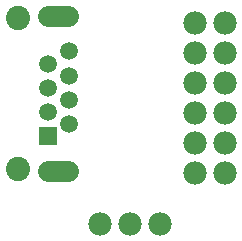
<source format=gbr>
G04 EAGLE Gerber RS-274X export*
G75*
%MOMM*%
%FSLAX34Y34*%
%LPD*%
%INSoldermask Top*%
%IPPOS*%
%AMOC8*
5,1,8,0,0,1.08239X$1,22.5*%
G01*
%ADD10C,1.801600*%
%ADD11C,2.051600*%
%ADD12C,1.509600*%
%ADD13R,1.509600X1.509600*%
%ADD14C,1.981200*%


D10*
X70800Y144100D02*
X87800Y144100D01*
X87800Y275900D02*
X70800Y275900D01*
D11*
X45000Y274000D03*
X45000Y146000D03*
D12*
X88200Y245700D03*
X70400Y235500D03*
X88200Y225300D03*
X88200Y204900D03*
X88200Y184500D03*
X70400Y215100D03*
X70400Y194700D03*
D13*
X70400Y174300D03*
D14*
X195000Y270000D03*
X220400Y270000D03*
X195000Y244600D03*
X220400Y244600D03*
X195000Y219200D03*
X220400Y219200D03*
X195000Y193800D03*
X220400Y193800D03*
X195000Y168400D03*
X220400Y168400D03*
X195000Y143000D03*
X220400Y143000D03*
X165000Y100000D03*
X139600Y100000D03*
X114200Y100000D03*
M02*

</source>
